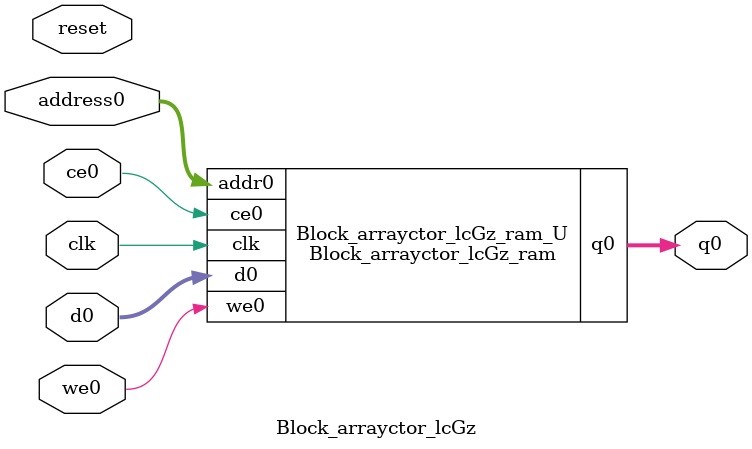
<source format=v>
`timescale 1 ns / 1 ps
module Block_arrayctor_lcGz_ram (addr0, ce0, d0, we0, q0,  clk);

parameter DWIDTH = 5;
parameter AWIDTH = 12;
parameter MEM_SIZE = 2688;

input[AWIDTH-1:0] addr0;
input ce0;
input[DWIDTH-1:0] d0;
input we0;
output reg[DWIDTH-1:0] q0;
input clk;

(* ram_style = "block" *)reg [DWIDTH-1:0] ram[0:MEM_SIZE-1];




always @(posedge clk)  
begin 
    if (ce0) begin
        if (we0) 
            ram[addr0] <= d0; 
        q0 <= ram[addr0];
    end
end


endmodule

`timescale 1 ns / 1 ps
module Block_arrayctor_lcGz(
    reset,
    clk,
    address0,
    ce0,
    we0,
    d0,
    q0);

parameter DataWidth = 32'd5;
parameter AddressRange = 32'd2688;
parameter AddressWidth = 32'd12;
input reset;
input clk;
input[AddressWidth - 1:0] address0;
input ce0;
input we0;
input[DataWidth - 1:0] d0;
output[DataWidth - 1:0] q0;



Block_arrayctor_lcGz_ram Block_arrayctor_lcGz_ram_U(
    .clk( clk ),
    .addr0( address0 ),
    .ce0( ce0 ),
    .we0( we0 ),
    .d0( d0 ),
    .q0( q0 ));

endmodule


</source>
